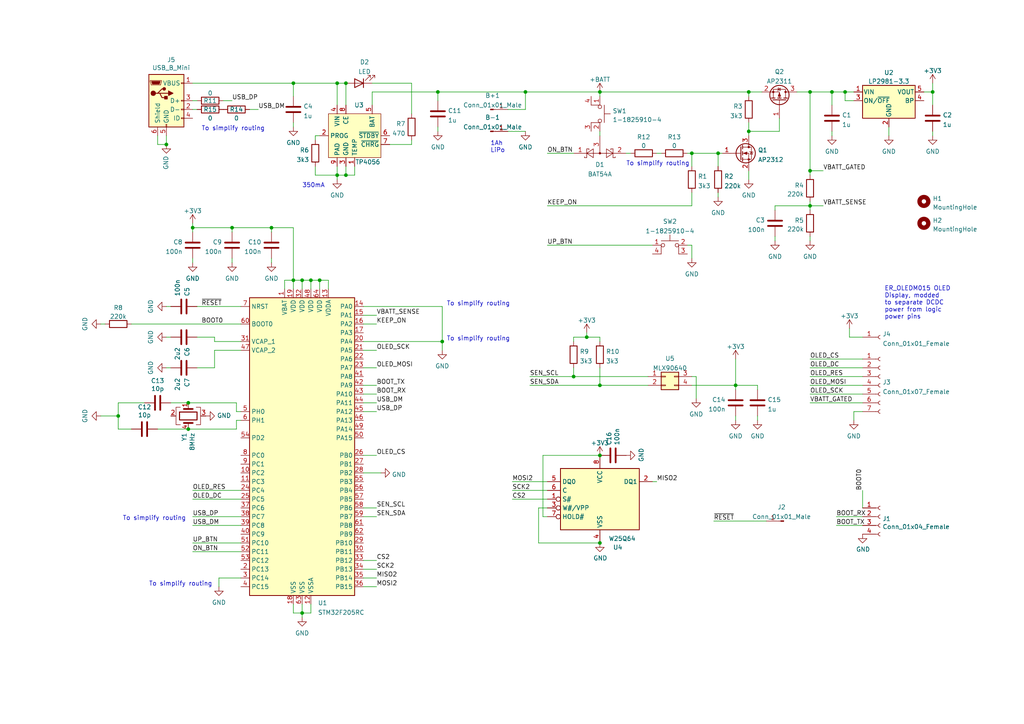
<source format=kicad_sch>
(kicad_sch (version 20211123) (generator eeschema)
  (paper "A4")
  (lib_symbols
    (symbol "Connector:Conn_01x01_Female" (pin_names (offset 1.016) hide)
      (property "Reference" "J" (at 0 2.54 0))
      (property "Value" "Conn_01x01_Female" (at 0 -2.54 0))
      (symbol "Conn_01x01_Female_1_1"
        (pin passive line (at -5.08 0 0) (length 3.81) (name "Pin_1") (number "1"))
      )
    )
    (symbol "Connector:Conn_01x01_Male" (pin_names (offset 1.016) hide)
      (property "Reference" "J" (at 0 2.54 0))
      (property "Value" "Conn_01x01_Male" (at 0 -2.54 0))
      (symbol "Conn_01x01_Male_1_1"
        (pin passive line (at 5.08 0 180) (length 3.81) (name "Pin_1") (number "1"))
      )
    )
    (symbol "Connector:Conn_01x04_Female" (pin_names (offset 1.016) hide)
      (property "Reference" "J" (at 0 5.08 0))
      (property "Value" "Conn_01x04_Female" (at 0 -7.62 0))
      (symbol "Conn_01x04_Female_1_1"
        (pin passive line (at -5.08 2.54 0) (length 3.81) (name "Pin_1") (number "1"))
        (pin passive line (at -5.08 0 0) (length 3.81) (name "Pin_2") (number "2"))
        (pin passive line (at -5.08 -2.54 0) (length 3.81) (name "Pin_3") (number "3"))
        (pin passive line (at -5.08 -5.08 0) (length 3.81) (name "Pin_4") (number "4"))
      )
    )
    (symbol "Connector:Conn_01x07_Female" (pin_names (offset 1.016) hide)
      (property "Reference" "J" (at 0 10.16 0))
      (property "Value" "Conn_01x07_Female" (at 0 -10.16 0))
      (symbol "Conn_01x07_Female_1_1"
        (pin passive line (at -5.08 7.62 0) (length 3.81) (name "Pin_1") (number "1"))
        (pin passive line (at -5.08 5.08 0) (length 3.81) (name "Pin_2") (number "2"))
        (pin passive line (at -5.08 2.54 0) (length 3.81) (name "Pin_3") (number "3"))
        (pin passive line (at -5.08 0 0) (length 3.81) (name "Pin_4") (number "4"))
        (pin passive line (at -5.08 -2.54 0) (length 3.81) (name "Pin_5") (number "5"))
        (pin passive line (at -5.08 -5.08 0) (length 3.81) (name "Pin_6") (number "6"))
        (pin passive line (at -5.08 -7.62 0) (length 3.81) (name "Pin_7") (number "7"))
      )
    )
    (symbol "Connector:USB_B_Mini" (pin_names (offset 1.016))
      (property "Reference" "J" (at -5.08 11.43 0))
      (property "Value" "USB_B_Mini" (at -5.08 8.89 0))
      (symbol "USB_B_Mini_1_1"
        (pin power_out line (at 7.62 5.08 180) (length 2.54) (name "VBUS") (number "1"))
        (pin bidirectional line (at 7.62 -2.54 180) (length 2.54) (name "D-") (number "2"))
        (pin bidirectional line (at 7.62 0 180) (length 2.54) (name "D+") (number "3"))
        (pin passive line (at 7.62 -5.08 180) (length 2.54) (name "ID") (number "4"))
        (pin power_out line (at 0 -10.16 90) (length 2.54) (name "GND") (number "5"))
        (pin passive line (at -2.54 -10.16 90) (length 2.54) (name "Shield") (number "6"))
      )
    )
    (symbol "Connector_Generic:Conn_02x02_Top_Bottom" (pin_names (offset 1.016) hide)
      (property "Reference" "J" (at 1.27 2.54 0))
      (property "Value" "Conn_02x02_Top_Bottom" (at 1.27 -5.08 0))
      (symbol "Conn_02x02_Top_Bottom_1_1"
        (pin passive line (at -5.08 0 0) (length 3.81) (name "Pin_1") (number "1"))
        (pin passive line (at -5.08 -2.54 0) (length 3.81) (name "Pin_2") (number "2"))
        (pin passive line (at 7.62 0 180) (length 3.81) (name "Pin_3") (number "3"))
        (pin passive line (at 7.62 -2.54 180) (length 3.81) (name "Pin_4") (number "4"))
      )
    )
    (symbol "Device:C" (pin_numbers hide) (pin_names (offset 0.254))
      (property "Reference" "C" (at 0.635 2.54 0))
      (property "Value" "C" (at 0.635 -2.54 0))
      (symbol "C_1_1"
        (pin passive line (at 0 3.81 270) (length 2.794) (name "~") (number "1"))
        (pin passive line (at 0 -3.81 90) (length 2.794) (name "~") (number "2"))
      )
    )
    (symbol "Device:Crystal_GND23" (pin_names (offset 1.016) hide)
      (property "Reference" "Y" (at 3.175 5.08 0))
      (property "Value" "Crystal_GND23" (at 3.175 3.175 0))
      (symbol "Crystal_GND23_1_1"
        (pin passive line (at -3.81 0 0) (length 1.27) (name "1") (number "1"))
        (pin passive line (at 0 5.08 270) (length 1.27) (name "2") (number "2"))
        (pin passive line (at 0 -5.08 90) (length 1.27) (name "3") (number "3"))
        (pin passive line (at 3.81 0 180) (length 1.27) (name "4") (number "4"))
      )
    )
    (symbol "Device:LED" (pin_numbers hide) (pin_names (offset 1.016) hide)
      (property "Reference" "D" (at 0 2.54 0))
      (property "Value" "LED" (at 0 -2.54 0))
      (symbol "LED_1_1"
        (pin passive line (at -3.81 0 0) (length 2.54) (name "K") (number "1"))
        (pin passive line (at 3.81 0 180) (length 2.54) (name "A") (number "2"))
      )
    )
    (symbol "Device:Q_NMOS_GSD" (pin_names (offset 0) hide)
      (property "Reference" "Q" (at 5.08 1.27 0))
      (property "Value" "Q_NMOS_GSD" (at 5.08 -1.27 0))
      (symbol "Q_NMOS_GSD_1_1"
        (pin input line (at -5.08 0 0) (length 2.54) (name "G") (number "1"))
        (pin passive line (at 2.54 -5.08 90) (length 2.54) (name "S") (number "2"))
        (pin passive line (at 2.54 5.08 270) (length 2.54) (name "D") (number "3"))
      )
    )
    (symbol "Device:Q_PMOS_GSD" (pin_names (offset 0) hide)
      (property "Reference" "Q" (at 5.08 1.27 0))
      (property "Value" "Q_PMOS_GSD" (at 5.08 -1.27 0))
      (symbol "Q_PMOS_GSD_1_1"
        (pin input line (at -5.08 0 0) (length 2.54) (name "G") (number "1"))
        (pin passive line (at 2.54 -5.08 90) (length 2.54) (name "S") (number "2"))
        (pin passive line (at 2.54 5.08 270) (length 2.54) (name "D") (number "3"))
      )
    )
    (symbol "Device:R" (pin_numbers hide) (pin_names (offset 0))
      (property "Reference" "R" (at 2.032 0 90))
      (property "Value" "R" (at 0 0 90))
      (symbol "R_1_1"
        (pin passive line (at 0 3.81 270) (length 1.27) (name "~") (number "1"))
        (pin passive line (at 0 -3.81 90) (length 1.27) (name "~") (number "2"))
      )
    )
    (symbol "Diode:BAT54A" (pin_names (offset 1.016))
      (property "Reference" "D" (at 0.635 -3.81 0))
      (property "Value" "BAT54A" (at -6.35 3.175 0))
      (symbol "BAT54A_1_1"
        (pin passive line (at -7.62 0 0) (length 3.81) (name "~") (number "1"))
        (pin passive line (at 7.62 0 180) (length 3.81) (name "~") (number "2"))
        (pin passive line (at 0 -5.08 90) (length 5.08) (name "~") (number "3"))
      )
    )
    (symbol "MCU_ST_STM32F2:STM32F205RCTx"
      (property "Reference" "U" (at -15.24 44.45 0))
      (property "Value" "STM32F205RCTx" (at 10.16 44.45 0))
      (symbol "STM32F205RCTx_1_1"
        (pin power_in line (at -5.08 45.72 270) (length 2.54) (name "VBAT") (number "1"))
        (pin bidirectional line (at -17.78 -7.62 0) (length 2.54) (name "PC2") (number "10"))
        (pin bidirectional line (at -17.78 -10.16 0) (length 2.54) (name "PC3") (number "11"))
        (pin power_in line (at 2.54 -45.72 90) (length 2.54) (name "VSSA") (number "12"))
        (pin power_in line (at 7.62 45.72 270) (length 2.54) (name "VDDA") (number "13"))
        (pin bidirectional line (at 17.78 40.64 180) (length 2.54) (name "PA0") (number "14"))
        (pin bidirectional line (at 17.78 38.1 180) (length 2.54) (name "PA1") (number "15"))
        (pin bidirectional line (at 17.78 35.56 180) (length 2.54) (name "PA2") (number "16"))
        (pin bidirectional line (at 17.78 33.02 180) (length 2.54) (name "PA3") (number "17"))
        (pin power_in line (at -2.54 -45.72 90) (length 2.54) (name "VSS") (number "18"))
        (pin power_in line (at -2.54 45.72 270) (length 2.54) (name "VDD") (number "19"))
        (pin bidirectional line (at -17.78 -35.56 0) (length 2.54) (name "PC13") (number "2"))
        (pin bidirectional line (at 17.78 30.48 180) (length 2.54) (name "PA4") (number "20"))
        (pin bidirectional line (at 17.78 27.94 180) (length 2.54) (name "PA5") (number "21"))
        (pin bidirectional line (at 17.78 25.4 180) (length 2.54) (name "PA6") (number "22"))
        (pin bidirectional line (at 17.78 22.86 180) (length 2.54) (name "PA7") (number "23"))
        (pin bidirectional line (at -17.78 -12.7 0) (length 2.54) (name "PC4") (number "24"))
        (pin bidirectional line (at -17.78 -15.24 0) (length 2.54) (name "PC5") (number "25"))
        (pin bidirectional line (at 17.78 -2.54 180) (length 2.54) (name "PB0") (number "26"))
        (pin bidirectional line (at 17.78 -5.08 180) (length 2.54) (name "PB1") (number "27"))
        (pin bidirectional line (at 17.78 -7.62 180) (length 2.54) (name "PB2") (number "28"))
        (pin bidirectional line (at 17.78 -27.94 180) (length 2.54) (name "PB10") (number "29"))
        (pin bidirectional line (at -17.78 -38.1 0) (length 2.54) (name "PC14") (number "3"))
        (pin bidirectional line (at 17.78 -30.48 180) (length 2.54) (name "PB11") (number "30"))
        (pin power_in line (at -17.78 30.48 0) (length 2.54) (name "VCAP_1") (number "31"))
        (pin power_in line (at 0 45.72 270) (length 2.54) (name "VDD") (number "32"))
        (pin bidirectional line (at 17.78 -33.02 180) (length 2.54) (name "PB12") (number "33"))
        (pin bidirectional line (at 17.78 -35.56 180) (length 2.54) (name "PB13") (number "34"))
        (pin bidirectional line (at 17.78 -38.1 180) (length 2.54) (name "PB14") (number "35"))
        (pin bidirectional line (at 17.78 -40.64 180) (length 2.54) (name "PB15") (number "36"))
        (pin bidirectional line (at -17.78 -17.78 0) (length 2.54) (name "PC6") (number "37"))
        (pin bidirectional line (at -17.78 -20.32 0) (length 2.54) (name "PC7") (number "38"))
        (pin bidirectional line (at -17.78 -22.86 0) (length 2.54) (name "PC8") (number "39"))
        (pin bidirectional line (at -17.78 -40.64 0) (length 2.54) (name "PC15") (number "4"))
        (pin bidirectional line (at -17.78 -25.4 0) (length 2.54) (name "PC9") (number "40"))
        (pin bidirectional line (at 17.78 20.32 180) (length 2.54) (name "PA8") (number "41"))
        (pin bidirectional line (at 17.78 17.78 180) (length 2.54) (name "PA9") (number "42"))
        (pin bidirectional line (at 17.78 15.24 180) (length 2.54) (name "PA10") (number "43"))
        (pin bidirectional line (at 17.78 12.7 180) (length 2.54) (name "PA11") (number "44"))
        (pin bidirectional line (at 17.78 10.16 180) (length 2.54) (name "PA12") (number "45"))
        (pin bidirectional line (at 17.78 7.62 180) (length 2.54) (name "PA13") (number "46"))
        (pin power_in line (at -17.78 27.94 0) (length 2.54) (name "VCAP_2") (number "47"))
        (pin power_in line (at 2.54 45.72 270) (length 2.54) (name "VDD") (number "48"))
        (pin bidirectional line (at 17.78 5.08 180) (length 2.54) (name "PA14") (number "49"))
        (pin input line (at -17.78 10.16 0) (length 2.54) (name "PH0") (number "5"))
        (pin bidirectional line (at 17.78 2.54 180) (length 2.54) (name "PA15") (number "50"))
        (pin bidirectional line (at -17.78 -27.94 0) (length 2.54) (name "PC10") (number "51"))
        (pin bidirectional line (at -17.78 -30.48 0) (length 2.54) (name "PC11") (number "52"))
        (pin bidirectional line (at -17.78 -33.02 0) (length 2.54) (name "PC12") (number "53"))
        (pin bidirectional line (at -17.78 2.54 0) (length 2.54) (name "PD2") (number "54"))
        (pin bidirectional line (at 17.78 -10.16 180) (length 2.54) (name "PB3") (number "55"))
        (pin bidirectional line (at 17.78 -12.7 180) (length 2.54) (name "PB4") (number "56"))
        (pin bidirectional line (at 17.78 -15.24 180) (length 2.54) (name "PB5") (number "57"))
        (pin bidirectional line (at 17.78 -17.78 180) (length 2.54) (name "PB6") (number "58"))
        (pin bidirectional line (at 17.78 -20.32 180) (length 2.54) (name "PB7") (number "59"))
        (pin input line (at -17.78 7.62 0) (length 2.54) (name "PH1") (number "6"))
        (pin input line (at -17.78 35.56 0) (length 2.54) (name "BOOT0") (number "60"))
        (pin bidirectional line (at 17.78 -22.86 180) (length 2.54) (name "PB8") (number "61"))
        (pin bidirectional line (at 17.78 -25.4 180) (length 2.54) (name "PB9") (number "62"))
        (pin power_in line (at 0 -45.72 90) (length 2.54) (name "VSS") (number "63"))
        (pin power_in line (at 5.08 45.72 270) (length 2.54) (name "VDD") (number "64"))
        (pin input line (at -17.78 40.64 0) (length 2.54) (name "NRST") (number "7"))
        (pin bidirectional line (at -17.78 -2.54 0) (length 2.54) (name "PC0") (number "8"))
        (pin bidirectional line (at -17.78 -5.08 0) (length 2.54) (name "PC1") (number "9"))
      )
    )
    (symbol "Mechanical:MountingHole" (pin_names (offset 1.016))
      (property "Reference" "H" (at 0 5.08 0))
      (property "Value" "MountingHole" (at 0 3.175 0))
    )
    (symbol "Memory_Flash:M25PX32-VMW"
      (property "Reference" "U" (at -10.16 10.16 0))
      (property "Value" "M25PX32-VMW" (at 7.62 -10.16 0))
      (symbol "M25PX32-VMW_1_1"
        (pin input inverted (at -15.24 0 0) (length 3.81) (name "S#") (number "1"))
        (pin bidirectional line (at 15.24 5.08 180) (length 3.81) (name "DQ1") (number "2"))
        (pin input inverted (at -15.24 -2.54 0) (length 3.81) (name "W#/VPP") (number "3"))
        (pin power_in line (at 0 -12.7 90) (length 3.81) (name "VSS") (number "4"))
        (pin bidirectional line (at -15.24 5.08 0) (length 3.81) (name "DQ0") (number "5"))
        (pin input line (at -15.24 2.54 0) (length 3.81) (name "C") (number "6"))
        (pin input inverted (at -15.24 -5.08 0) (length 3.81) (name "HOLD#") (number "7"))
        (pin power_in line (at 0 12.7 270) (length 3.81) (name "VCC") (number "8"))
      )
    )
    (symbol "Regulator_Linear:LP2985-3.3" (pin_names (offset 0.254))
      (property "Reference" "U" (at -6.35 5.715 0))
      (property "Value" "LP2985-3.3" (at 0 5.715 0))
      (symbol "LP2985-3.3_1_1"
        (pin power_in line (at -10.16 2.54 0) (length 2.54) (name "VIN") (number "1"))
        (pin power_in line (at 0 -7.62 90) (length 2.54) (name "GND") (number "2"))
        (pin input line (at -10.16 0 0) (length 2.54) (name "ON/~{OFF}") (number "3"))
        (pin input line (at 10.16 0 180) (length 2.54) (name "BP") (number "4"))
        (pin power_out line (at 10.16 2.54 180) (length 2.54) (name "VOUT") (number "5"))
      )
    )
    (symbol "TFT:DTSMW69N" (pin_names hide)
      (property "Reference" "SW" (at 0 5.08 0))
      (property "Value" "DTSMW69N" (at 0 -5.08 0))
      (symbol "DTSMW69N_0_1"
        (pin passive line (at -5.08 0 0) (length 2.54) (name "1") (number "1"))
        (pin passive line (at 5.08 0 180) (length 2.54) (name "2") (number "2"))
        (pin passive line (at 5.08 -2.54 180) (length 2.54) (name "3") (number "3"))
        (pin passive line (at -5.08 -2.54 0) (length 2.54) (name "4") (number "4"))
      )
    )
    (symbol "TFT:TP4056"
      (property "Reference" "U" (at 8.89 5.08 0))
      (property "Value" "TP4056" (at 3.81 -7.62 0))
      (symbol "TP4056_1_1"
        (pin input line (at 0 -8.89 90) (length 2.54) (name "TEMP") (number "1"))
        (pin input line (at -10.16 0 0) (length 2.54) (name "PROG") (number "2"))
        (pin power_in line (at -2.54 -8.89 90) (length 2.54) (name "GND") (number "3"))
        (pin power_in line (at -5.08 8.89 270) (length 2.54) (name "VIN") (number "4"))
        (pin power_out line (at 5.08 8.89 270) (length 2.54) (name "BAT") (number "5"))
        (pin open_collector line (at 10.16 0 180) (length 2.54) (name "~{STDBY}") (number "6"))
        (pin open_collector line (at 10.16 -2.54 180) (length 2.54) (name "~{CHRG}") (number "7"))
        (pin input line (at -2.54 8.89 270) (length 2.54) (name "CE") (number "8"))
        (pin open_collector line (at -5.08 -8.89 90) (length 2.54) (name "PAD") (number "9"))
      )
    )
    (symbol "power:+3.3V" (power) (pin_names (offset 0))
      (property "Value" "+3.3V" (at 0 3.556 0))
      (symbol "+3.3V_1_1"
        (pin power_in line (at 0 0 90) (length 0) hide (name "+3V3") (number "1"))
      )
    )
    (symbol "power:+BATT" (power) (pin_names (offset 0))
      (property "Value" "+BATT" (at 0 3.556 0))
      (symbol "+BATT_1_1"
        (pin power_in line (at 0 0 90) (length 0) hide (name "+BATT") (number "1"))
      )
    )
    (symbol "power:GND" (power) (pin_names (offset 0))
      (property "Value" "GND" (at 0 -3.81 0))
      (symbol "GND_1_1"
        (pin power_in line (at 0 0 270) (length 0) hide (name "GND") (number "1"))
      )
    )
  )
  (junction (at 217.17 38.1))
  (junction (at 90.17 81.28))
  (junction (at 234.95 26.67))
  (junction (at 173.99 111.76))
  (junction (at 34.29 120.65))
  (junction (at 100.33 50.8))
  (junction (at 173.99 157.48))
  (junction (at 87.63 81.28))
  (junction (at 97.79 50.8))
  (junction (at 241.3 26.67))
  (junction (at 208.28 44.45))
  (junction (at 217.17 26.67))
  (junction (at 85.09 24.13))
  (junction (at 213.36 111.76))
  (junction (at 128.27 99.06))
  (junction (at 97.79 24.13))
  (junction (at 234.95 49.53))
  (junction (at 54.61 124.46))
  (junction (at 55.88 66.04))
  (junction (at 54.61 116.84))
  (junction (at 234.95 59.69))
  (junction (at 170.18 97.79))
  (junction (at 100.33 24.13))
  (junction (at 87.63 177.8))
  (junction (at 152.4 26.67))
  (junction (at 92.71 81.28))
  (junction (at 78.74 66.04))
  (junction (at 166.37 109.22))
  (junction (at 67.31 66.04))
  (junction (at 270.51 26.67))
  (junction (at 173.99 26.67))
  (junction (at 85.09 81.28))
  (junction (at 200.66 44.45))
  (junction (at 48.26 41.91))
  (junction (at 245.11 26.67))
  (junction (at 127 26.67))
  (junction (at 173.99 132.08))
  (wire (pts (xy 87.63 177.8) (xy 90.17 177.8)))
  (wire (pts (xy 231.14 26.67) (xy 234.95 26.67)))
  (wire (pts (xy 128.27 99.06) (xy 128.27 101.6)))
  (wire (pts (xy 85.09 81.28) (xy 85.09 83.82)))
  (wire (pts (xy 217.17 26.67) (xy 220.98 26.67)))
  (wire (pts (xy 82.55 83.82) (xy 82.55 81.28)))
  (wire (pts (xy 62.23 101.6) (xy 69.85 101.6)))
  (wire (pts (xy 217.17 35.56) (xy 217.17 38.1)))
  (wire (pts (xy 100.33 48.26) (xy 100.33 50.8)))
  (wire (pts (xy 234.95 59.69) (xy 234.95 60.96)))
  (wire (pts (xy 217.17 27.94) (xy 217.17 26.67)))
  (wire (pts (xy 85.09 35.56) (xy 85.09 36.83)))
  (wire (pts (xy 152.4 26.67) (xy 173.99 26.67)))
  (wire (pts (xy 234.95 26.67) (xy 241.3 26.67)))
  (wire (pts (xy 68.58 116.84) (xy 68.58 119.38)))
  (wire (pts (xy 173.99 38.1) (xy 173.99 39.37)))
  (wire (pts (xy 105.41 93.98) (xy 109.22 93.98)))
  (wire (pts (xy 224.79 59.69) (xy 224.79 60.96)))
  (wire (pts (xy 200.66 109.22) (xy 201.93 109.22)))
  (wire (pts (xy 85.09 177.8) (xy 87.63 177.8)))
  (wire (pts (xy 55.88 64.77) (xy 55.88 66.04)))
  (wire (pts (xy 55.88 157.48) (xy 69.85 157.48)))
  (wire (pts (xy 68.58 124.46) (xy 68.58 121.92)))
  (wire (pts (xy 156.21 147.32) (xy 156.21 157.48)))
  (wire (pts (xy 166.37 106.68) (xy 166.37 109.22)))
  (wire (pts (xy 55.88 152.4) (xy 69.85 152.4)))
  (wire (pts (xy 107.95 30.48) (xy 107.95 26.67)))
  (wire (pts (xy 105.41 167.64) (xy 109.22 167.64)))
  (wire (pts (xy 78.74 66.04) (xy 85.09 66.04)))
  (wire (pts (xy 158.75 149.86) (xy 157.48 149.86)))
  (wire (pts (xy 55.88 74.93) (xy 55.88 76.2)))
  (wire (pts (xy 200.66 44.45) (xy 208.28 44.45)))
  (wire (pts (xy 55.88 142.24) (xy 69.85 142.24)))
  (wire (pts (xy 241.3 38.1) (xy 241.3 39.37)))
  (wire (pts (xy 67.31 66.04) (xy 67.31 67.31)))
  (wire (pts (xy 127 36.83) (xy 127 38.1)))
  (wire (pts (xy 87.63 81.28) (xy 90.17 81.28)))
  (wire (pts (xy 95.25 81.28) (xy 95.25 83.82)))
  (wire (pts (xy 250.19 142.24) (xy 250.19 147.32)))
  (wire (pts (xy 105.41 114.3) (xy 109.22 114.3)))
  (wire (pts (xy 105.41 119.38) (xy 109.22 119.38)))
  (wire (pts (xy 78.74 74.93) (xy 78.74 76.2)))
  (wire (pts (xy 181.61 44.45) (xy 182.88 44.45)))
  (wire (pts (xy 105.41 162.56) (xy 109.22 162.56)))
  (wire (pts (xy 213.36 120.65) (xy 213.36 121.92)))
  (wire (pts (xy 200.66 71.12) (xy 200.66 74.93)))
  (wire (pts (xy 91.44 48.26) (xy 91.44 50.8)))
  (wire (pts (xy 113.03 41.91) (xy 119.38 41.91)))
  (wire (pts (xy 92.71 81.28) (xy 92.71 83.82)))
  (wire (pts (xy 34.29 120.65) (xy 34.29 124.46)))
  (wire (pts (xy 224.79 68.58) (xy 224.79 69.85)))
  (wire (pts (xy 158.75 44.45) (xy 166.37 44.45)))
  (wire (pts (xy 173.99 26.67) (xy 217.17 26.67)))
  (wire (pts (xy 105.41 88.9) (xy 128.27 88.9)))
  (wire (pts (xy 49.53 88.9) (xy 48.26 88.9)))
  (wire (pts (xy 199.39 44.45) (xy 200.66 44.45)))
  (wire (pts (xy 105.41 132.08) (xy 109.22 132.08)))
  (wire (pts (xy 166.37 109.22) (xy 187.96 109.22)))
  (wire (pts (xy 85.09 24.13) (xy 97.79 24.13)))
  (wire (pts (xy 173.99 111.76) (xy 187.96 111.76)))
  (wire (pts (xy 54.61 116.84) (xy 68.58 116.84)))
  (wire (pts (xy 166.37 97.79) (xy 170.18 97.79)))
  (wire (pts (xy 87.63 175.26) (xy 87.63 177.8)))
  (wire (pts (xy 105.41 165.1) (xy 109.22 165.1)))
  (wire (pts (xy 97.79 50.8) (xy 100.33 50.8)))
  (wire (pts (xy 247.65 119.38) (xy 250.19 119.38)))
  (wire (pts (xy 241.3 26.67) (xy 241.3 30.48)))
  (wire (pts (xy 245.11 29.21) (xy 245.11 26.67)))
  (wire (pts (xy 62.23 99.06) (xy 69.85 99.06)))
  (wire (pts (xy 147.32 31.75) (xy 152.4 31.75)))
  (wire (pts (xy 30.48 93.98) (xy 29.21 93.98)))
  (wire (pts (xy 234.95 68.58) (xy 234.95 69.85)))
  (wire (pts (xy 34.29 116.84) (xy 34.29 120.65)))
  (wire (pts (xy 234.95 114.3) (xy 250.19 114.3)))
  (wire (pts (xy 107.95 24.13) (xy 119.38 24.13)))
  (wire (pts (xy 246.38 95.25) (xy 246.38 97.79)))
  (wire (pts (xy 92.71 81.28) (xy 95.25 81.28)))
  (wire (pts (xy 85.09 24.13) (xy 85.09 27.94)))
  (wire (pts (xy 105.41 91.44) (xy 109.22 91.44)))
  (wire (pts (xy 90.17 81.28) (xy 92.71 81.28)))
  (wire (pts (xy 45.72 124.46) (xy 54.61 124.46)))
  (wire (pts (xy 119.38 41.91) (xy 119.38 40.64)))
  (wire (pts (xy 207.01 151.13) (xy 222.25 151.13)))
  (wire (pts (xy 90.17 177.8) (xy 90.17 175.26)))
  (wire (pts (xy 105.41 116.84) (xy 109.22 116.84)))
  (wire (pts (xy 152.4 31.75) (xy 152.4 26.67)))
  (wire (pts (xy 41.91 116.84) (xy 34.29 116.84)))
  (wire (pts (xy 219.71 111.76) (xy 219.71 113.03)))
  (wire (pts (xy 226.06 38.1) (xy 226.06 34.29)))
  (wire (pts (xy 250.19 97.79) (xy 246.38 97.79)))
  (wire (pts (xy 158.75 139.7) (xy 148.59 139.7)))
  (wire (pts (xy 91.44 50.8) (xy 97.79 50.8)))
  (wire (pts (xy 170.18 96.52) (xy 170.18 97.79)))
  (wire (pts (xy 68.58 119.38) (xy 69.85 119.38)))
  (wire (pts (xy 158.75 142.24) (xy 148.59 142.24)))
  (wire (pts (xy 100.33 50.8) (xy 102.87 50.8)))
  (wire (pts (xy 245.11 26.67) (xy 247.65 26.67)))
  (wire (pts (xy 128.27 88.9) (xy 128.27 99.06)))
  (wire (pts (xy 72.39 31.75) (xy 74.93 31.75)))
  (wire (pts (xy 57.15 88.9) (xy 69.85 88.9)))
  (wire (pts (xy 234.95 58.42) (xy 234.95 59.69)))
  (wire (pts (xy 173.99 106.68) (xy 173.99 111.76)))
  (wire (pts (xy 242.57 152.4) (xy 250.19 152.4)))
  (wire (pts (xy 234.95 116.84) (xy 250.19 116.84)))
  (wire (pts (xy 158.75 71.12) (xy 189.23 71.12)))
  (wire (pts (xy 105.41 149.86) (xy 109.22 149.86)))
  (wire (pts (xy 97.79 50.8) (xy 97.79 52.07)))
  (wire (pts (xy 102.87 50.8) (xy 102.87 48.26)))
  (wire (pts (xy 105.41 106.68) (xy 109.22 106.68)))
  (wire (pts (xy 270.51 24.13) (xy 270.51 26.67)))
  (wire (pts (xy 127 26.67) (xy 127 29.21)))
  (wire (pts (xy 234.95 59.69) (xy 224.79 59.69)))
  (wire (pts (xy 247.65 121.92) (xy 247.65 119.38)))
  (wire (pts (xy 153.67 111.76) (xy 173.99 111.76)))
  (wire (pts (xy 190.5 44.45) (xy 191.77 44.45)))
  (wire (pts (xy 105.41 101.6) (xy 109.22 101.6)))
  (wire (pts (xy 97.79 48.26) (xy 97.79 50.8)))
  (wire (pts (xy 107.95 26.67) (xy 127 26.67)))
  (wire (pts (xy 158.75 147.32) (xy 156.21 147.32)))
  (wire (pts (xy 62.23 106.68) (xy 62.23 101.6)))
  (wire (pts (xy 57.15 97.79) (xy 62.23 97.79)))
  (wire (pts (xy 208.28 44.45) (xy 208.28 48.26)))
  (wire (pts (xy 219.71 120.65) (xy 219.71 121.92)))
  (wire (pts (xy 234.95 111.76) (xy 250.19 111.76)))
  (wire (pts (xy 92.71 39.37) (xy 91.44 39.37)))
  (wire (pts (xy 234.95 106.68) (xy 250.19 106.68)))
  (wire (pts (xy 213.36 111.76) (xy 219.71 111.76)))
  (wire (pts (xy 38.1 124.46) (xy 34.29 124.46)))
  (wire (pts (xy 62.23 97.79) (xy 62.23 99.06)))
  (wire (pts (xy 78.74 66.04) (xy 78.74 67.31)))
  (wire (pts (xy 45.72 41.91) (xy 48.26 41.91)))
  (wire (pts (xy 105.41 111.76) (xy 109.22 111.76)))
  (wire (pts (xy 153.67 109.22) (xy 166.37 109.22)))
  (wire (pts (xy 201.93 109.22) (xy 201.93 115.57)))
  (wire (pts (xy 156.21 157.48) (xy 173.99 157.48)))
  (wire (pts (xy 105.41 147.32) (xy 109.22 147.32)))
  (wire (pts (xy 45.72 39.37) (xy 45.72 41.91)))
  (wire (pts (xy 68.58 121.92) (xy 69.85 121.92)))
  (wire (pts (xy 55.88 31.75) (xy 57.15 31.75)))
  (wire (pts (xy 67.31 66.04) (xy 78.74 66.04)))
  (wire (pts (xy 200.66 44.45) (xy 200.66 48.26)))
  (wire (pts (xy 49.53 97.79) (xy 48.26 97.79)))
  (wire (pts (xy 55.88 66.04) (xy 55.88 67.31)))
  (wire (pts (xy 49.53 106.68) (xy 48.26 106.68)))
  (wire (pts (xy 63.5 167.64) (xy 69.85 167.64)))
  (wire (pts (xy 158.75 59.69) (xy 200.66 59.69)))
  (wire (pts (xy 100.33 24.13) (xy 100.33 30.48)))
  (wire (pts (xy 85.09 175.26) (xy 85.09 177.8)))
  (wire (pts (xy 87.63 177.8) (xy 87.63 179.07)))
  (wire (pts (xy 85.09 66.04) (xy 85.09 81.28)))
  (wire (pts (xy 55.88 160.02) (xy 69.85 160.02)))
  (wire (pts (xy 200.66 55.88) (xy 200.66 59.69)))
  (wire (pts (xy 234.95 49.53) (xy 238.76 49.53)))
  (wire (pts (xy 234.95 109.22) (xy 250.19 109.22)))
  (wire (pts (xy 49.53 116.84) (xy 54.61 116.84)))
  (wire (pts (xy 119.38 24.13) (xy 119.38 33.02)))
  (wire (pts (xy 270.51 26.67) (xy 270.51 30.48)))
  (wire (pts (xy 55.88 149.86) (xy 69.85 149.86)))
  (wire (pts (xy 217.17 38.1) (xy 217.17 39.37)))
  (wire (pts (xy 147.32 38.1) (xy 152.4 38.1)))
  (wire (pts (xy 257.81 36.83) (xy 257.81 39.37)))
  (wire (pts (xy 170.18 97.79) (xy 173.99 97.79)))
  (wire (pts (xy 234.95 59.69) (xy 238.76 59.69)))
  (wire (pts (xy 234.95 49.53) (xy 234.95 50.8)))
  (wire (pts (xy 105.41 99.06) (xy 128.27 99.06)))
  (wire (pts (xy 157.48 132.08) (xy 173.99 132.08)))
  (wire (pts (xy 57.15 106.68) (xy 62.23 106.68)))
  (wire (pts (xy 199.39 71.12) (xy 200.66 71.12)))
  (wire (pts (xy 82.55 81.28) (xy 85.09 81.28)))
  (wire (pts (xy 173.99 26.67) (xy 173.99 27.94)))
  (wire (pts (xy 105.41 137.16) (xy 110.49 137.16)))
  (wire (pts (xy 267.97 26.67) (xy 270.51 26.67)))
  (wire (pts (xy 54.61 124.46) (xy 68.58 124.46)))
  (wire (pts (xy 127 26.67) (xy 152.4 26.67)))
  (wire (pts (xy 217.17 38.1) (xy 226.06 38.1)))
  (wire (pts (xy 208.28 55.88) (xy 208.28 57.15)))
  (wire (pts (xy 55.88 29.21) (xy 57.15 29.21)))
  (wire (pts (xy 29.21 120.65) (xy 34.29 120.65)))
  (wire (pts (xy 200.66 111.76) (xy 213.36 111.76)))
  (wire (pts (xy 38.1 93.98) (xy 69.85 93.98)))
  (wire (pts (xy 157.48 149.86) (xy 157.48 132.08)))
  (wire (pts (xy 242.57 149.86) (xy 250.19 149.86)))
  (wire (pts (xy 63.5 167.64) (xy 63.5 170.18)))
  (wire (pts (xy 97.79 30.48) (xy 97.79 24.13)))
  (wire (pts (xy 234.95 104.14) (xy 250.19 104.14)))
  (wire (pts (xy 55.88 24.13) (xy 85.09 24.13)))
  (wire (pts (xy 55.88 66.04) (xy 67.31 66.04)))
  (wire (pts (xy 85.09 81.28) (xy 87.63 81.28)))
  (wire (pts (xy 217.17 49.53) (xy 217.17 52.07)))
  (wire (pts (xy 208.28 44.45) (xy 209.55 44.45)))
  (wire (pts (xy 213.36 111.76) (xy 213.36 104.14)))
  (wire (pts (xy 270.51 38.1) (xy 270.51 39.37)))
  (wire (pts (xy 90.17 81.28) (xy 90.17 83.82)))
  (wire (pts (xy 173.99 97.79) (xy 173.99 99.06)))
  (wire (pts (xy 241.3 26.67) (xy 245.11 26.67)))
  (wire (pts (xy 48.26 41.91) (xy 48.26 39.37)))
  (wire (pts (xy 247.65 29.21) (xy 245.11 29.21)))
  (wire (pts (xy 87.63 81.28) (xy 87.63 83.82)))
  (wire (pts (xy 64.77 29.21) (xy 67.31 29.21)))
  (wire (pts (xy 190.5 139.7) (xy 189.23 139.7)))
  (wire (pts (xy 91.44 39.37) (xy 91.44 40.64)))
  (wire (pts (xy 166.37 99.06) (xy 166.37 97.79)))
  (wire (pts (xy 213.36 111.76) (xy 213.36 113.03)))
  (wire (pts (xy 55.88 144.78) (xy 69.85 144.78)))
  (wire (pts (xy 105.41 170.18) (xy 109.22 170.18)))
  (wire (pts (xy 67.31 74.93) (xy 67.31 76.2)))
  (wire (pts (xy 234.95 26.67) (xy 234.95 49.53)))
  (wire (pts (xy 158.75 144.78) (xy 148.59 144.78)))
  (wire (pts (xy 97.79 24.13) (xy 100.33 24.13)))
  (text "To simplify routing" (at 129.54 99.06 0) (effects (font (size 1.27 1.27)) (justify left bottom)))
  (text "To simplify routing" (at 129.54 88.9 0) (effects (font (size 1.27 1.27)) (justify left bottom)))
  (text "To simplify routing" (at 58.42 38.1 0) (effects (font (size 1.27 1.27)) (justify left bottom)))
  (text "ER_OLEDM015 OLED\nDisplay, modded\nto separate DCDC\npower from logic\npower pins" (at 256.54 92.71 0) (effects (font (size 1.27 1.27)) (justify left bottom)))
  (text "To simplify routing" (at 181.61 48.26 0) (effects (font (size 1.27 1.27)) (justify left bottom)))
  (text "To simplify routing" (at 35.56 151.13 0) (effects (font (size 1.27 1.27)) (justify left bottom)))
  (text "350mA" (at 87.63 54.61 0) (effects (font (size 1.27 1.27)) (justify left bottom)))
  (text "To simplify routing" (at 43.18 170.18 0) (effects (font (size 1.27 1.27)) (justify left bottom)))
  (text "1Ah\nLiPo" (at 142.24 44.45 0) (effects (font (size 1.27 1.27)) (justify left bottom)))
  (label "OLED_DC" (at 234.95 106.68 0))
  (label "VBATT_GATED" (at 238.76 49.53 0))
  (label "CS2" (at 148.59 144.78 0))
  (label "BOOT0" (at 58.42 93.98 0))
  (label "OLED_DC" (at 55.88 144.78 0))
  (label "BOOT0" (at 250.19 142.24 90))
  (label "MOSI2" (at 109.22 170.18 0))
  (label "OLED_MOSI" (at 234.95 111.76 0))
  (label "CS2" (at 109.22 162.56 0))
  (label "USB_DM" (at 55.88 152.4 0))
  (label "OLED_CS" (at 109.22 132.08 0))
  (label "SEN_SCL" (at 153.67 109.22 0))
  (label "VBATT_GATED" (at 234.95 116.84 0))
  (label "BOOT_RX" (at 109.22 114.3 0))
  (label "OLED_SCK" (at 234.95 114.3 0))
  (label "MISO2" (at 109.22 167.64 0))
  (label "OLED_CS" (at 234.95 104.14 0))
  (label "SCK2" (at 109.22 165.1 0))
  (label "USB_DM" (at 109.22 116.84 0))
  (label "BOOT_TX" (at 242.57 152.4 0))
  (label "USB_DP" (at 109.22 119.38 0))
  (label "OLED_SCK" (at 109.22 101.6 0))
  (label "USB_DM" (at 74.93 31.75 0))
  (label "UP_BTN" (at 55.88 157.48 0))
  (label "VBATT_SENSE" (at 238.76 59.69 0))
  (label "USB_DP" (at 67.31 29.21 0))
  (label "SEN_SDA" (at 153.67 111.76 0))
  (label "ON_BTN" (at 55.88 160.02 0))
  (label "MOSI2" (at 148.59 139.7 0))
  (label "SCK2" (at 148.59 142.24 0))
  (label "BOOT_RX" (at 242.57 149.86 0))
  (label "OLED_MOSI" (at 109.22 106.68 0))
  (label "OLED_RES" (at 234.95 109.22 0))
  (label "ON_BTN" (at 158.75 44.45 0))
  (label "BOOT_TX" (at 109.22 111.76 0))
  (label "VBATT_SENSE" (at 109.22 91.44 0))
  (label "SEN_SCL" (at 109.22 147.32 0))
  (label "USB_DP" (at 55.88 149.86 0))
  (label "MISO2" (at 190.5 139.7 0))
  (label "SEN_SDA" (at 109.22 149.86 0))
  (label "OLED_RES" (at 55.88 142.24 0))
  (label "~{RESET}" (at 207.01 151.13 0))
  (label "~{RESET}" (at 58.42 88.9 0))
  (label "UP_BTN" (at 158.75 71.12 0))
  (label "KEEP_ON" (at 158.75 59.69 0))
  (label "KEEP_ON" (at 109.22 93.98 0))
  (symbol (lib_id "power:GND") (at 85.09 36.83 0) (unit 1)
    (property "Reference" "#PWR010" (effects hide))
    (property "Value" "GND" (at 85.09 41.3925 0))
  )
  (symbol (lib_id "TFT:TP4056") (at 102.87 39.37 0) (unit 1)
    (property "Reference" "U3" (at 104.14 30.48 0))
    (property "Value" "TP4056" (at 106.68 46.99 0))
    (property "Footprint" "Package_SO:SOIC-8-1EP_3.9x4.9mm_P1.27mm_EP2.29x3mm" (effects hide))
  )
  (symbol (lib_id "power:GND") (at 48.26 41.91 0) (mirror y) (unit 1)
    (property "Reference" "#PWR033" (effects hide))
    (property "Value" "GND" (at 48.133 45.1612 90) (effects (justify right)))
  )
  (symbol (lib_id "Device:R") (at 91.44 44.45 0) (mirror x) (unit 1)
    (property "Reference" "R6" (at 89.662 43.5415 0) (effects (justify right)))
    (property "Value" "3k3" (at 89.662 46.3166 0) (effects (justify right)))
    (property "Footprint" "Resistor_SMD:R_0603_1608Metric_Pad0.98x0.95mm_HandSolder" (effects hide))
  )
  (symbol (lib_id "Device:Q_NMOS_GSD") (at 214.63 44.45 0) (unit 1)
    (property "Reference" "Q1" (at 219.837 43.5415 0) (effects (justify left)))
    (property "Value" "AP2312" (at 219.837 46.3166 0) (effects (justify left)))
    (property "Footprint" "Package_TO_SOT_SMD:SOT-23" (effects hide))
  )
  (symbol (lib_id "power:GND") (at 152.4 38.1 0) (unit 1)
    (property "Reference" "#PWR012" (effects hide))
    (property "Value" "GND" (at 152.4 42.6625 0))
  )
  (symbol (lib_id "power:GND") (at 67.31 76.2 0) (unit 1)
    (property "Reference" "#PWR018" (effects hide))
    (property "Value" "GND" (at 67.31 80.7625 0))
  )
  (symbol (lib_id "Device:C") (at 53.34 106.68 270) (unit 1)
    (property "Reference" "C7" (at 54.2485 109.601 0) (effects (justify left)))
    (property "Value" "2u2" (at 51.4734 109.601 0) (effects (justify left)))
    (property "Footprint" "Capacitor_SMD:C_0805_2012Metric_Pad1.18x1.45mm_HandSolder" (effects hide))
  )
  (symbol (lib_id "power:GND") (at 217.17 52.07 0) (unit 1)
    (property "Reference" "#PWR03" (effects hide))
    (property "Value" "GND" (at 217.17 56.6325 0))
  )
  (symbol (lib_id "Connector:Conn_01x01_Female") (at 255.27 97.79 0) (unit 1)
    (property "Reference" "J4" (at 255.9812 96.8815 0) (effects (justify left)))
    (property "Value" "Conn_01x01_Female" (at 255.9812 99.6566 0) (effects (justify left)))
    (property "Footprint" "Connector_PinSocket_2.54mm:PinSocket_1x01_P2.54mm_Vertical" (effects hide))
  )
  (symbol (lib_id "power:+3.3V") (at 246.38 95.25 0) (unit 1)
    (property "Reference" "#PWR031" (effects hide))
    (property "Value" "+3.3V" (at 246.38 91.6455 0))
  )
  (symbol (lib_id "Device:C") (at 127 33.02 0) (unit 1)
    (property "Reference" "C11" (at 129.921 32.1115 0) (effects (justify left)))
    (property "Value" "1u" (at 129.921 34.8866 0) (effects (justify left)))
    (property "Footprint" "Capacitor_SMD:C_0805_2012Metric_Pad1.18x1.45mm_HandSolder" (effects hide))
  )
  (symbol (lib_id "power:GND") (at 87.63 179.07 0) (unit 1)
    (property "Reference" "#PWR020" (effects hide))
    (property "Value" "GND" (at 87.63 183.6325 0))
  )
  (symbol (lib_id "Device:R") (at 68.58 31.75 270) (mirror x) (unit 1)
    (property "Reference" "R14" (at 68.58 31.75 90))
    (property "Value" "0" (at 68.58 34.29 90))
    (property "Footprint" "Resistor_SMD:R_0603_1608Metric_Pad0.98x0.95mm_HandSolder" (effects hide))
  )
  (symbol (lib_id "Device:C") (at 241.3 34.29 0) (unit 1)
    (property "Reference" "C1" (at 244.221 33.3815 0) (effects (justify left)))
    (property "Value" "1u" (at 244.221 36.1566 0) (effects (justify left)))
    (property "Footprint" "Capacitor_SMD:C_0805_2012Metric_Pad1.18x1.45mm_HandSolder" (effects hide))
  )
  (symbol (lib_id "power:GND") (at 219.71 121.92 0) (unit 1)
    (property "Reference" "#PWR030" (effects hide))
    (property "Value" "GND" (at 219.71 126.4825 0))
  )
  (symbol (lib_id "Device:Crystal_GND23") (at 54.61 120.65 90) (mirror x) (unit 1)
    (property "Reference" "Y1" (at 53.4416 125.5014 0) (effects (justify left)))
    (property "Value" "8MHz" (at 55.753 125.5014 0) (effects (justify left)))
    (property "Footprint" "TFT_footprints:XTAL_5030_china_unknown" (effects hide))
  )
  (symbol (lib_id "power:GND") (at 110.49 137.16 90) (unit 1)
    (property "Reference" "#PWR024" (effects hide))
    (property "Value" "GND" (at 113.665 137.639 90) (effects (justify right)))
  )
  (symbol (lib_id "Connector:Conn_01x01_Male") (at 227.33 151.13 180) (unit 1)
    (property "Reference" "J2" (at 226.695 147.0873 0))
    (property "Value" "Conn_01x01_Male" (at 226.695 149.8624 0))
    (property "Footprint" "Connector_PinHeader_2.54mm:PinHeader_1x01_P2.54mm_Vertical" (effects hide))
  )
  (symbol (lib_id "Memory_Flash:M25PX32-VMW") (at 173.99 144.78 0) (unit 1)
    (property "Reference" "U4" (at 177.8 158.75 0) (effects (justify left)))
    (property "Value" "W25Q64" (at 176.53 156.21 0) (effects (justify left)))
    (property "Footprint" "Package_SO:SOIC-8W_5.3x5.3mm_P1.27mm" (effects hide))
    (property "Datasheet" "https://www.micron.com/~/media/documents/products/data-sheet/nor-flash/serial-nor/m25px/m25px32.pdf" (effects hide))
  )
  (symbol (lib_id "Regulator_Linear:LP2985-3.3") (at 257.81 29.21 0) (unit 1)
    (property "Reference" "U2" (at 257.81 21.0652 0))
    (property "Value" "LP2981-3.3" (at 257.81 23.6021 0))
    (property "Footprint" "Package_TO_SOT_SMD:SOT-23-5" (effects hide))
    (property "Datasheet" "http://www.ti.com/lit/ds/symlink/lp2985.pdf" (effects hide))
  )
  (symbol (lib_id "Device:R") (at 34.29 93.98 90) (mirror x) (unit 1)
    (property "Reference" "R8" (at 34.29 89.2642 90))
    (property "Value" "220k" (at 34.29 91.8011 90))
    (property "Footprint" "Resistor_SMD:R_0603_1608Metric_Pad0.98x0.95mm_HandSolder" (effects hide))
  )
  (symbol (lib_id "Device:C") (at 53.34 88.9 90) (mirror x) (unit 1)
    (property "Reference" "C5" (at 54.2485 85.979 0) (effects (justify right)))
    (property "Value" "100n" (at 51.4734 85.979 0) (effects (justify right)))
    (property "Footprint" "Capacitor_SMD:C_0603_1608Metric_Pad1.08x0.95mm_HandSolder" (effects hide))
  )
  (symbol (lib_id "power:GND") (at 48.26 88.9 270) (unit 1)
    (property "Reference" "#PWR013" (effects hide))
    (property "Value" "GND" (at 43.6975 88.9 0))
  )
  (symbol (lib_id "power:GND") (at 200.66 74.93 0) (unit 1)
    (property "Reference" "#PWR026" (effects hide))
    (property "Value" "GND" (at 200.66 79.4925 0))
  )
  (symbol (lib_id "Device:R") (at 234.95 64.77 0) (mirror x) (unit 1)
    (property "Reference" "R5" (at 233.1721 63.9353 0) (effects (justify right)))
    (property "Value" "220k" (at 233.1721 66.4722 0) (effects (justify right)))
    (property "Footprint" "Resistor_SMD:R_0603_1608Metric_Pad0.98x0.95mm_HandSolder" (effects hide))
  )
  (symbol (lib_id "power:GND") (at 234.95 69.85 0) (unit 1)
    (property "Reference" "#PWR09" (effects hide))
    (property "Value" "GND" (at 234.95 74.4125 0))
  )
  (symbol (lib_id "TFT:DTSMW69N") (at 173.99 33.02 270) (unit 1)
    (property "Reference" "SW1" (at 177.673 32.1853 90) (effects (justify left)))
    (property "Value" "1-1825910-4" (at 177.673 34.7222 90) (effects (justify left)))
    (property "Footprint" "Button_Switch_THT:SW_PUSH_6mm" (effects hide))
  )
  (symbol (lib_id "Device:C") (at 270.51 34.29 0) (unit 1)
    (property "Reference" "C2" (at 273.431 33.3815 0) (effects (justify left)))
    (property "Value" "1u" (at 273.431 36.1566 0) (effects (justify left)))
    (property "Footprint" "Capacitor_SMD:C_0805_2012Metric_Pad1.18x1.45mm_HandSolder" (effects hide))
  )
  (symbol (lib_id "Device:LED") (at 104.14 24.13 180) (unit 1)
    (property "Reference" "D2" (at 105.7275 18.0045 0))
    (property "Value" "LED" (at 105.7275 20.7796 0))
    (property "Footprint" "LED_SMD:LED_0603_1608Metric_Pad1.05x0.95mm_HandSolder" (effects hide))
  )
  (symbol (lib_id "power:GND") (at 247.65 121.92 0) (unit 1)
    (property "Reference" "#PWR032" (effects hide))
    (property "Value" "GND" (at 247.65 126.4825 0))
  )
  (symbol (lib_id "Connector:Conn_01x04_Female") (at 255.27 149.86 0) (unit 1)
    (property "Reference" "J1" (at 255.9558 150.4696 0) (effects (justify left)))
    (property "Value" "Conn_01x04_Female" (at 255.9558 152.781 0) (effects (justify left)))
    (property "Footprint" "Connector_PinSocket_2.54mm:PinSocket_1x04_P2.54mm_Vertical" (effects hide))
  )
  (symbol (lib_id "power:GND") (at 127 38.1 0) (unit 1)
    (property "Reference" "#PWR021" (effects hide))
    (property "Value" "GND" (at 127 42.6625 0))
  )
  (symbol (lib_id "power:GND") (at 270.51 39.37 0) (unit 1)
    (property "Reference" "#PWR07" (effects hide))
    (property "Value" "GND" (at 270.51 43.9325 0))
  )
  (symbol (lib_id "Connector:USB_B_Mini") (at 48.26 29.21 0) (unit 1)
    (property "Reference" "J5" (at 49.657 17.3482 0))
    (property "Value" "USB_B_Mini" (at 49.657 19.6596 0))
    (property "Footprint" "TFT_footprints:USB_mini_china_unknown" (effects hide))
  )
  (symbol (lib_id "Device:C") (at 45.72 116.84 270) (unit 1)
    (property "Reference" "C13" (at 45.72 110.4392 90))
    (property "Value" "10p" (at 45.72 112.7506 90))
    (property "Footprint" "Capacitor_SMD:C_0603_1608Metric" (effects hide))
  )
  (symbol (lib_id "Device:R") (at 186.69 44.45 270) (unit 1)
    (property "Reference" "R12" (at 186.69 39.7342 90))
    (property "Value" "0" (at 186.69 42.2711 90))
    (property "Footprint" "Resistor_SMD:R_0603_1608Metric_Pad0.98x0.95mm_HandSolder" (effects hide))
  )
  (symbol (lib_id "power:GND") (at 241.3 39.37 0) (unit 1)
    (property "Reference" "#PWR04" (effects hide))
    (property "Value" "GND" (at 241.3 43.9325 0))
  )
  (symbol (lib_id "power:+3.3V") (at 270.51 24.13 0) (unit 1)
    (property "Reference" "#PWR06" (effects hide))
    (property "Value" "+3.3V" (at 270.51 20.5255 0))
  )
  (symbol (lib_id "Device:C") (at 78.74 71.12 0) (mirror x) (unit 1)
    (property "Reference" "C10" (at 75.819 70.2115 0) (effects (justify right)))
    (property "Value" "100n" (at 75.819 72.9866 0) (effects (justify right)))
    (property "Footprint" "Capacitor_SMD:C_0603_1608Metric_Pad1.08x0.95mm_HandSolder" (effects hide))
  )
  (symbol (lib_id "power:GND") (at 29.21 93.98 270) (unit 1)
    (property "Reference" "#PWR022" (effects hide))
    (property "Value" "GND" (at 24.6475 93.98 0))
  )
  (symbol (lib_id "Connector_Generic:Conn_02x02_Top_Bottom") (at 193.04 109.22 0) (unit 1)
    (property "Reference" "U5" (at 194.31 103.9835 0))
    (property "Value" "MLX90640" (at 194.31 106.7586 0))
    (property "Footprint" "Connector_PinSocket_2.54mm:PinSocket_2x02_P2.54mm_Vertical" (effects hide))
  )
  (symbol (lib_id "power:GND") (at 250.19 154.94 0) (unit 1)
    (property "Reference" "#PWR0102" (effects hide))
    (property "Value" "GND" (at 250.317 159.3342 0))
  )
  (symbol (lib_id "Device:C") (at 224.79 64.77 0) (mirror x) (unit 1)
    (property "Reference" "C3" (at 221.869 63.8615 0) (effects (justify right)))
    (property "Value" "100n" (at 221.869 66.6366 0) (effects (justify right)))
    (property "Footprint" "Capacitor_SMD:C_0603_1608Metric_Pad1.08x0.95mm_HandSolder" (effects hide))
  )
  (symbol (lib_id "power:GND") (at 257.81 39.37 0) (unit 1)
    (property "Reference" "#PWR05" (effects hide))
    (property "Value" "GND" (at 257.81 43.9325 0))
  )
  (symbol (lib_id "power:GND") (at 59.69 120.65 90) (unit 1)
    (property "Reference" "#PWR0101" (effects hide))
    (property "Value" "GND" (at 62.9412 120.523 90) (effects (justify right)))
  )
  (symbol (lib_id "power:GND") (at 48.26 106.68 270) (unit 1)
    (property "Reference" "#PWR015" (effects hide))
    (property "Value" "GND" (at 43.6975 106.68 0))
  )
  (symbol (lib_id "power:GND") (at 63.5 170.18 0) (unit 1)
    (property "Reference" "#PWR0104" (effects hide))
    (property "Value" "GND" (at 63.5 174.7425 0))
  )
  (symbol (lib_id "Device:Q_PMOS_GSD") (at 226.06 29.21 270) (mirror x) (unit 1)
    (property "Reference" "Q2" (at 226.06 20.7985 90))
    (property "Value" "AP2311" (at 226.06 23.5736 90))
    (property "Footprint" "Package_TO_SOT_SMD:SOT-23" (effects hide))
  )
  (symbol (lib_id "Connector:Conn_01x07_Female") (at 255.27 111.76 0) (unit 1)
    (property "Reference" "J3" (at 255.9812 110.8515 0) (effects (justify left)))
    (property "Value" "Conn_01x07_Female" (at 255.9812 113.6266 0) (effects (justify left)))
    (property "Footprint" "Connector_PinSocket_2.54mm:PinSocket_1x07_P2.54mm_Vertical" (effects hide))
  )
  (symbol (lib_id "power:GND") (at 208.28 57.15 0) (unit 1)
    (property "Reference" "#PWR02" (effects hide))
    (property "Value" "GND" (at 208.28 61.7125 0))
  )
  (symbol (lib_id "Device:R") (at 60.96 29.21 270) (mirror x) (unit 1)
    (property "Reference" "R11" (at 60.96 29.21 90))
    (property "Value" "0" (at 60.96 27.0311 90))
    (property "Footprint" "Resistor_SMD:R_0603_1608Metric_Pad0.98x0.95mm_HandSolder" (effects hide))
  )
  (symbol (lib_id "Device:C") (at 85.09 31.75 0) (unit 1)
    (property "Reference" "C4" (at 88.011 30.8415 0) (effects (justify left)))
    (property "Value" "1u" (at 88.011 33.6166 0) (effects (justify left)))
    (property "Footprint" "Capacitor_SMD:C_0805_2012Metric_Pad1.18x1.45mm_HandSolder" (effects hide))
  )
  (symbol (lib_id "Device:C") (at 53.34 97.79 270) (unit 1)
    (property "Reference" "C6" (at 54.2485 100.711 0) (effects (justify left)))
    (property "Value" "2u2" (at 51.4734 100.711 0) (effects (justify left)))
    (property "Footprint" "Capacitor_SMD:C_0805_2012Metric_Pad1.18x1.45mm_HandSolder" (effects hide))
  )
  (symbol (lib_id "power:+3.3V") (at 173.99 132.08 0) (unit 1)
    (property "Reference" "#PWR034" (effects hide))
    (property "Value" "+3.3V" (at 173.99 128.4755 0))
  )
  (symbol (lib_id "TFT:DTSMW69N") (at 194.31 71.12 0) (unit 1)
    (property "Reference" "SW2" (at 194.31 64.2325 0))
    (property "Value" "1-1825910-4" (at 194.31 67.0076 0))
    (property "Footprint" "Button_Switch_THT:SW_PUSH_6mm" (effects hide))
  )
  (symbol (lib_id "power:GND") (at 97.79 52.07 0) (unit 1)
    (property "Reference" "#PWR011" (effects hide))
    (property "Value" "GND" (at 97.79 56.6325 0))
  )
  (symbol (lib_id "power:+3.3V") (at 55.88 64.77 0) (unit 1)
    (property "Reference" "#PWR016" (effects hide))
    (property "Value" "+3.3V" (at 55.88 61.1655 0))
  )
  (symbol (lib_id "Device:R") (at 195.58 44.45 270) (unit 1)
    (property "Reference" "R13" (at 195.58 39.7342 90))
    (property "Value" "0" (at 195.58 42.2711 90))
    (property "Footprint" "Resistor_SMD:R_0603_1608Metric_Pad0.98x0.95mm_HandSolder" (effects hide))
  )
  (symbol (lib_id "power:GND") (at 128.27 101.6 0) (unit 1)
    (property "Reference" "#PWR0103" (effects hide))
    (property "Value" "GND" (at 128.27 106.1625 0))
  )
  (symbol (lib_id "Device:C") (at 67.31 71.12 0) (mirror x) (unit 1)
    (property "Reference" "C9" (at 64.389 70.2115 0) (effects (justify right)))
    (property "Value" "100n" (at 64.389 72.9866 0) (effects (justify right)))
    (property "Footprint" "Capacitor_SMD:C_0603_1608Metric_Pad1.08x0.95mm_HandSolder" (effects hide))
  )
  (symbol (lib_id "Device:C") (at 55.88 71.12 0) (mirror x) (unit 1)
    (property "Reference" "C8" (at 52.959 70.2115 0) (effects (justify right)))
    (property "Value" "100n" (at 52.959 72.9866 0) (effects (justify right)))
    (property "Footprint" "Capacitor_SMD:C_0603_1608Metric_Pad1.08x0.95mm_HandSolder" (effects hide))
  )
  (symbol (lib_id "Mechanical:MountingHole") (at 267.97 64.77 0) (unit 1)
    (property "Reference" "H2" (at 270.51 63.9353 0) (effects (justify left)))
    (property "Value" "MountingHole" (at 270.51 66.4722 0) (effects (justify left)))
    (property "Footprint" "MountingHole:MountingHole_2.1mm" (effects hide))
  )
  (symbol (lib_id "power:GND") (at 213.36 121.92 0) (unit 1)
    (property "Reference" "#PWR029" (effects hide))
    (property "Value" "GND" (at 213.36 126.4825 0))
  )
  (symbol (lib_id "Device:R") (at 166.37 102.87 180) (unit 1)
    (property "Reference" "R9" (at 168.148 101.9615 0) (effects (justify right)))
    (property "Value" "3k3" (at 168.148 104.7366 0) (effects (justify right)))
    (property "Footprint" "Resistor_SMD:R_0603_1608Metric_Pad0.98x0.95mm_HandSolder" (effects hide))
  )
  (symbol (lib_id "Device:C") (at 213.36 116.84 0) (mirror x) (unit 1)
    (property "Reference" "C14" (at 210.439 115.9315 0) (effects (justify right)))
    (property "Value" "100n" (at 210.439 118.7066 0) (effects (justify right)))
    (property "Footprint" "Capacitor_SMD:C_0603_1608Metric_Pad1.08x0.95mm_HandSolder" (effects hide))
  )
  (symbol (lib_id "power:GND") (at 181.61 132.08 90) (unit 1)
    (property "Reference" "#PWR036" (effects hide))
    (property "Value" "GND" (at 186.0042 131.953 0))
  )
  (symbol (lib_id "power:GND") (at 29.21 120.65 270) (unit 1)
    (property "Reference" "#PWR023" (effects hide))
    (property "Value" "GND" (at 24.6475 120.65 0))
  )
  (symbol (lib_id "power:GND") (at 201.93 115.57 0) (unit 1)
    (property "Reference" "#PWR027" (effects hide))
    (property "Value" "GND" (at 201.93 120.1325 0))
  )
  (symbol (lib_id "power:+3.3V") (at 170.18 96.52 0) (unit 1)
    (property "Reference" "#PWR025" (effects hide))
    (property "Value" "+3.3V" (at 170.18 92.9155 0))
  )
  (symbol (lib_id "power:+BATT") (at 173.99 26.67 0) (unit 1)
    (property "Reference" "#PWR01" (effects hide))
    (property "Value" "+BATT" (at 173.99 23.0655 0))
  )
  (symbol (lib_id "Device:R") (at 60.96 31.75 270) (mirror x) (unit 1)
    (property "Reference" "R15" (at 60.96 31.75 90))
    (property "Value" "0" (at 60.96 34.29 90))
    (property "Footprint" "Resistor_SMD:R_0603_1608Metric_Pad0.98x0.95mm_HandSolder" (effects hide))
  )
  (symbol (lib_id "Device:R") (at 234.95 54.61 0) (mirror x) (unit 1)
    (property "Reference" "R4" (at 233.1721 53.7753 0) (effects (justify right)))
    (property "Value" "220k" (at 233.1721 56.3122 0) (effects (justify right)))
    (property "Footprint" "Resistor_SMD:R_0603_1608Metric_Pad0.98x0.95mm_HandSolder" (effects hide))
  )
  (symbol (lib_id "Device:R") (at 208.28 52.07 180) (unit 1)
    (property "Reference" "R2" (at 210.058 51.1615 0) (effects (justify right)))
    (property "Value" "220k" (at 210.058 53.9366 0) (effects (justify right)))
    (property "Footprint" "Resistor_SMD:R_0603_1608Metric_Pad0.98x0.95mm_HandSolder" (effects hide))
  )
  (symbol (lib_id "Diode:BAT54A") (at 173.99 44.45 0) (mirror x) (unit 1)
    (property "Reference" "D1" (at 173.99 47.7425 0))
    (property "Value" "BAT54A" (at 173.99 50.5176 0))
    (property "Footprint" "Package_TO_SOT_SMD:SOT-23" (effects hide))
    (property "Datasheet" "http://www.diodes.com/_files/datasheets/ds11005.pdf" (effects hide))
  )
  (symbol (lib_id "Device:R") (at 173.99 102.87 180) (unit 1)
    (property "Reference" "R10" (at 175.768 101.9615 0) (effects (justify right)))
    (property "Value" "3k3" (at 175.768 104.7366 0) (effects (justify right)))
    (property "Footprint" "Resistor_SMD:R_0603_1608Metric_Pad0.98x0.95mm_HandSolder" (effects hide))
  )
  (symbol (lib_id "power:GND") (at 55.88 76.2 0) (unit 1)
    (property "Reference" "#PWR017" (effects hide))
    (property "Value" "GND" (at 55.88 80.7625 0))
  )
  (symbol (lib_id "Device:R") (at 217.17 31.75 0) (mirror x) (unit 1)
    (property "Reference" "R3" (at 215.392 30.8415 0) (effects (justify right)))
    (property "Value" "3k3" (at 215.392 33.6166 0) (effects (justify right)))
    (property "Footprint" "Resistor_SMD:R_0603_1608Metric_Pad0.98x0.95mm_HandSolder" (effects hide))
  )
  (symbol (lib_id "Device:C") (at 41.91 124.46 270) (unit 1)
    (property "Reference" "C12" (at 41.91 118.0592 90))
    (property "Value" "10p" (at 41.91 120.3706 90))
    (property "Footprint" "Capacitor_SMD:C_0603_1608Metric" (effects hide))
  )
  (symbol (lib_id "Connector:Conn_01x01_Male") (at 142.24 31.75 0) (unit 1)
    (property "Reference" "B+1" (at 142.875 27.7073 0))
    (property "Value" "Conn_01x01_Male" (at 142.875 30.4824 0))
    (property "Footprint" "Connector_PinHeader_2.54mm:PinHeader_1x01_P2.54mm_Vertical" (effects hide))
  )
  (symbol (lib_id "power:+3.3V") (at 213.36 104.14 0) (unit 1)
    (property "Reference" "#PWR028" (effects hide))
    (property "Value" "+3.3V" (at 213.36 100.5355 0))
  )
  (symbol (lib_id "power:GND") (at 173.99 157.48 0) (unit 1)
    (property "Reference" "#PWR035" (effects hide))
    (property "Value" "GND" (at 174.117 161.8742 0))
  )
  (symbol (lib_id "Device:C") (at 177.8 132.08 90) (unit 1)
    (property "Reference" "C16" (at 176.6316 129.159 0) (effects (justify left)))
    (property "Value" "100n" (at 178.943 129.159 0) (effects (justify left)))
    (property "Footprint" "Capacitor_SMD:C_0603_1608Metric" (effects hide))
  )
  (symbol (lib_id "Device:C") (at 219.71 116.84 0) (unit 1)
    (property "Reference" "C15" (at 222.631 115.9315 0) (effects (justify left)))
    (property "Value" "1u" (at 222.631 118.7066 0) (effects (justify left)))
    (property "Footprint" "Capacitor_SMD:C_0805_2012Metric_Pad1.18x1.45mm_HandSolder" (effects hide))
  )
  (symbol (lib_id "power:GND") (at 224.79 69.85 0) (unit 1)
    (property "Reference" "#PWR08" (effects hide))
    (property "Value" "GND" (at 224.79 74.4125 0))
  )
  (symbol (lib_id "Device:R") (at 200.66 52.07 180) (unit 1)
    (property "Reference" "R1" (at 202.438 51.1615 0) (effects (justify right)))
    (property "Value" "3k3" (at 202.438 53.9366 0) (effects (justify right)))
    (property "Footprint" "Resistor_SMD:R_0603_1608Metric_Pad0.98x0.95mm_HandSolder" (effects hide))
  )
  (symbol (lib_id "power:GND") (at 48.26 97.79 270) (unit 1)
    (property "Reference" "#PWR014" (effects hide))
    (property "Value" "GND" (at 43.6975 97.79 0))
  )
  (symbol (lib_id "Mechanical:MountingHole") (at 267.97 58.42 0) (unit 1)
    (property "Reference" "H1" (at 270.51 57.5853 0) (effects (justify left)))
    (property "Value" "MountingHole" (at 270.51 60.1222 0) (effects (justify left)))
    (property "Footprint" "MountingHole:MountingHole_2.1mm" (effects hide))
  )
  (symbol (lib_id "Connector:Conn_01x01_Male") (at 142.24 38.1 0) (unit 1)
    (property "Reference" "B-1" (at 142.875 34.0573 0))
    (property "Value" "Conn_01x01_Male" (at 142.875 36.8324 0))
    (property "Footprint" "Connector_PinHeader_2.54mm:PinHeader_1x01_P2.54mm_Vertical" (effects hide))
  )
  (symbol (lib_id "MCU_ST_STM32F2:STM32F205RCTx") (at 87.63 129.54 0) (unit 1)
    (property "Reference" "U1" (at 92.1894 174.8695 0) (effects (justify left)))
    (property "Value" "STM32F205RC" (at 92.1894 177.6446 0) (effects (justify left)))
    (property "Footprint" "Package_QFP:LQFP-64_10x10mm_P0.5mm" (effects hide))
    (property "Datasheet" "http://www.st.com/st-web-ui/static/active/en/resource/technical/document/datasheet/CD00237391.pdf" (effects hide))
  )
  (symbol (lib_id "Device:R") (at 119.38 36.83 0) (mirror x) (unit 1)
    (property "Reference" "R7" (at 117.602 35.9215 0) (effects (justify right)))
    (property "Value" "470" (at 117.602 38.6966 0) (effects (justify right)))
    (property "Footprint" "Resistor_SMD:R_0603_1608Metric_Pad0.98x0.95mm_HandSolder" (effects hide))
  )
  (symbol (lib_id "power:GND") (at 78.74 76.2 0) (unit 1)
    (property "Reference" "#PWR019" (effects hide))
    (property "Value" "GND" (at 78.74 80.7625 0))
  )
)
</source>
